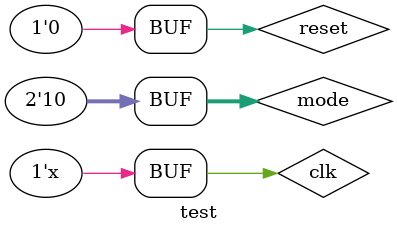
<source format=v>
`timescale 1ns / 1ps


module test;

	// Inputs
	reg clk;
	reg reset;
	reg [1:0] mode;

	// Outputs
	wire [7:0] led;

	// Instantiate the Unit Under Test (UUT)
	modee uut (
		.clk(clk), 
		.reset(reset), 
		.mode(mode), 
		.led(led)
	);

	initial begin
		// Initialize Inputs
		clk = 0;
		reset = 0;
		mode = 0;

		// Wait 100 ns for global reset to finish
		#10;
		reset=1;
		#10;
		reset=0;
		#500;
		mode=1;
		#10000;
		reset=1;
		#50;
		reset=0;
		#50;
		mode=0;
		#10000;
		reset=1;
		#50;
		reset=0;
		mode=2;
		#10000;
		mode=2;
		#10000;
        
		// Add stimulus here

	end
	always begin
	clk=~clk;
	#10;
	end
      
endmodule


</source>
